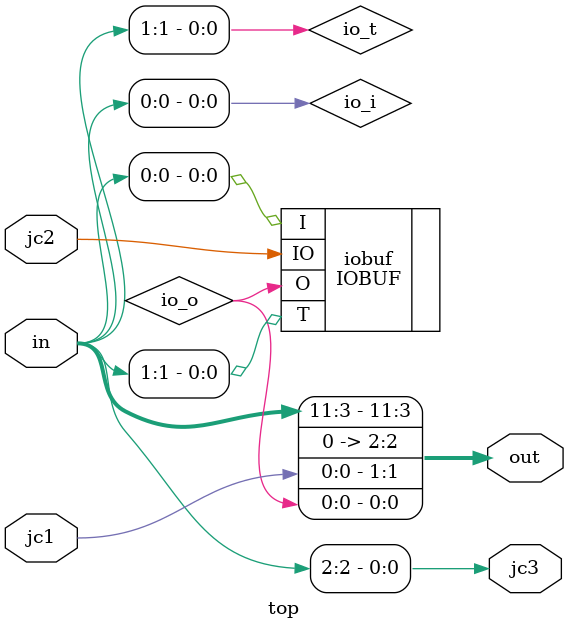
<source format=v>
/*
In this test a single IOBUF is controlled by switches. There is also one
input (connected to a LED) and one oputput (controlled by a switch) that.
can be used for verification of 3-state I/O.

This test requires a physical jumper to be installed on the Basys3 board.
Depending on which pins are connected we have different truth tables of
LED output w.r.t. switch input.

Truth table. When JC.1 is connected to JC.2:

SW2 SW1 SW0 | LED1 LED0
 0   0   0  |  0    0
 0   0   1  |  1    1
 0   1   0  |  x    x
 0   1   1  |  x    x
 1   0   0  |  0    0
 1   0   1  |  1    1
 1   1   0  |  x    x
 1   1   1  |  x    x


Truth table. When JC.3 is connected to JC.2:

SW2 SW1 SW0 | LED1 LED0
 0   0   0  |  x    0
 0   0   1  |  x    1
 0   1   0  |  x    0
 0   1   1  |  x    0
 1   0   0  |  x    0
 1   0   1  |  x    1
 1   1   0  |  x    1
 1   1   1  |  x    1

*/
`default_nettype none

// ============================================================================

module top
(
input  wire [11:0] in,
output wire [11:0] out,

input  wire jc1,
inout  wire jc2,
output wire jc3
);

// ============================================================================
// IOBUF
wire io_i;
wire io_o;
wire io_t;

IOBUF # (
.IOSTANDARD("LVCMOS33"),
.DRIVE(12),
.SLEW("SLOW")
)
iobuf
(
.I  (io_i),
.T  (io_t),
.O  (io_o),
.IO (jc2) // Directly to the module output
);

// ============================================================================

// SW0 controls IOBUF.I
assign io_i = in[0];
// SW1 controls IOBUF.T
assign io_t = in[1];
// SW2 controls OBUF.I (JC.3)
assign jc3  = in[2];

// LED0 indicates IOBUF.O
assign out[0] = io_o;
// LED1 is connected to JC.1
assign out[1] = jc1;

// Unused IOs - SW->LED passthrough.
assign out[11:2] = {in[11:3], 1'd0};

endmodule


</source>
